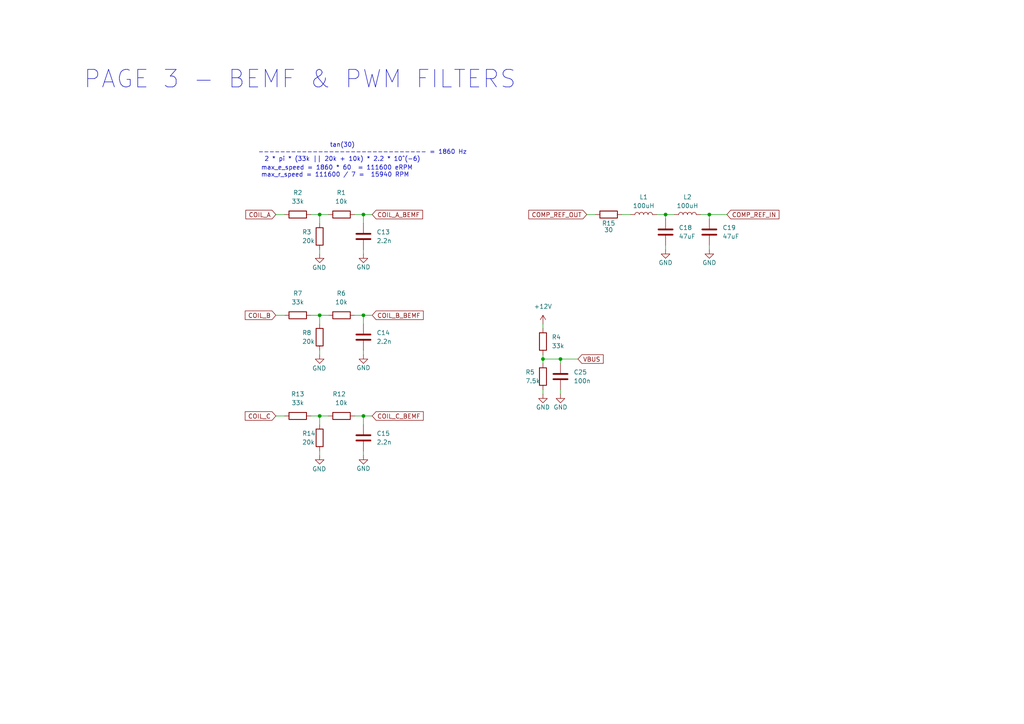
<source format=kicad_sch>
(kicad_sch
	(version 20231120)
	(generator "eeschema")
	(generator_version "8.0")
	(uuid "2b6f33f6-9f17-4170-a2f3-29ba99710eff")
	(paper "A4")
	(lib_symbols
		(symbol "Device:C"
			(pin_numbers hide)
			(pin_names
				(offset 0.254)
			)
			(exclude_from_sim no)
			(in_bom yes)
			(on_board yes)
			(property "Reference" "C"
				(at 0.635 2.54 0)
				(effects
					(font
						(size 1.27 1.27)
					)
					(justify left)
				)
			)
			(property "Value" "C"
				(at 0.635 -2.54 0)
				(effects
					(font
						(size 1.27 1.27)
					)
					(justify left)
				)
			)
			(property "Footprint" ""
				(at 0.9652 -3.81 0)
				(effects
					(font
						(size 1.27 1.27)
					)
					(hide yes)
				)
			)
			(property "Datasheet" "~"
				(at 0 0 0)
				(effects
					(font
						(size 1.27 1.27)
					)
					(hide yes)
				)
			)
			(property "Description" "Unpolarized capacitor"
				(at 0 0 0)
				(effects
					(font
						(size 1.27 1.27)
					)
					(hide yes)
				)
			)
			(property "ki_keywords" "cap capacitor"
				(at 0 0 0)
				(effects
					(font
						(size 1.27 1.27)
					)
					(hide yes)
				)
			)
			(property "ki_fp_filters" "C_*"
				(at 0 0 0)
				(effects
					(font
						(size 1.27 1.27)
					)
					(hide yes)
				)
			)
			(symbol "C_0_1"
				(polyline
					(pts
						(xy -2.032 -0.762) (xy 2.032 -0.762)
					)
					(stroke
						(width 0.508)
						(type default)
					)
					(fill
						(type none)
					)
				)
				(polyline
					(pts
						(xy -2.032 0.762) (xy 2.032 0.762)
					)
					(stroke
						(width 0.508)
						(type default)
					)
					(fill
						(type none)
					)
				)
			)
			(symbol "C_1_1"
				(pin passive line
					(at 0 3.81 270)
					(length 2.794)
					(name "~"
						(effects
							(font
								(size 1.27 1.27)
							)
						)
					)
					(number "1"
						(effects
							(font
								(size 1.27 1.27)
							)
						)
					)
				)
				(pin passive line
					(at 0 -3.81 90)
					(length 2.794)
					(name "~"
						(effects
							(font
								(size 1.27 1.27)
							)
						)
					)
					(number "2"
						(effects
							(font
								(size 1.27 1.27)
							)
						)
					)
				)
			)
		)
		(symbol "Device:L"
			(pin_numbers hide)
			(pin_names
				(offset 1.016) hide)
			(exclude_from_sim no)
			(in_bom yes)
			(on_board yes)
			(property "Reference" "L"
				(at -1.27 0 90)
				(effects
					(font
						(size 1.27 1.27)
					)
				)
			)
			(property "Value" "L"
				(at 1.905 0 90)
				(effects
					(font
						(size 1.27 1.27)
					)
				)
			)
			(property "Footprint" ""
				(at 0 0 0)
				(effects
					(font
						(size 1.27 1.27)
					)
					(hide yes)
				)
			)
			(property "Datasheet" "~"
				(at 0 0 0)
				(effects
					(font
						(size 1.27 1.27)
					)
					(hide yes)
				)
			)
			(property "Description" "Inductor"
				(at 0 0 0)
				(effects
					(font
						(size 1.27 1.27)
					)
					(hide yes)
				)
			)
			(property "ki_keywords" "inductor choke coil reactor magnetic"
				(at 0 0 0)
				(effects
					(font
						(size 1.27 1.27)
					)
					(hide yes)
				)
			)
			(property "ki_fp_filters" "Choke_* *Coil* Inductor_* L_*"
				(at 0 0 0)
				(effects
					(font
						(size 1.27 1.27)
					)
					(hide yes)
				)
			)
			(symbol "L_0_1"
				(arc
					(start 0 -2.54)
					(mid 0.6323 -1.905)
					(end 0 -1.27)
					(stroke
						(width 0)
						(type default)
					)
					(fill
						(type none)
					)
				)
				(arc
					(start 0 -1.27)
					(mid 0.6323 -0.635)
					(end 0 0)
					(stroke
						(width 0)
						(type default)
					)
					(fill
						(type none)
					)
				)
				(arc
					(start 0 0)
					(mid 0.6323 0.635)
					(end 0 1.27)
					(stroke
						(width 0)
						(type default)
					)
					(fill
						(type none)
					)
				)
				(arc
					(start 0 1.27)
					(mid 0.6323 1.905)
					(end 0 2.54)
					(stroke
						(width 0)
						(type default)
					)
					(fill
						(type none)
					)
				)
			)
			(symbol "L_1_1"
				(pin passive line
					(at 0 3.81 270)
					(length 1.27)
					(name "1"
						(effects
							(font
								(size 1.27 1.27)
							)
						)
					)
					(number "1"
						(effects
							(font
								(size 1.27 1.27)
							)
						)
					)
				)
				(pin passive line
					(at 0 -3.81 90)
					(length 1.27)
					(name "2"
						(effects
							(font
								(size 1.27 1.27)
							)
						)
					)
					(number "2"
						(effects
							(font
								(size 1.27 1.27)
							)
						)
					)
				)
			)
		)
		(symbol "Device:R"
			(pin_numbers hide)
			(pin_names
				(offset 0)
			)
			(exclude_from_sim no)
			(in_bom yes)
			(on_board yes)
			(property "Reference" "R"
				(at 2.032 0 90)
				(effects
					(font
						(size 1.27 1.27)
					)
				)
			)
			(property "Value" "R"
				(at 0 0 90)
				(effects
					(font
						(size 1.27 1.27)
					)
				)
			)
			(property "Footprint" ""
				(at -1.778 0 90)
				(effects
					(font
						(size 1.27 1.27)
					)
					(hide yes)
				)
			)
			(property "Datasheet" "~"
				(at 0 0 0)
				(effects
					(font
						(size 1.27 1.27)
					)
					(hide yes)
				)
			)
			(property "Description" "Resistor"
				(at 0 0 0)
				(effects
					(font
						(size 1.27 1.27)
					)
					(hide yes)
				)
			)
			(property "ki_keywords" "R res resistor"
				(at 0 0 0)
				(effects
					(font
						(size 1.27 1.27)
					)
					(hide yes)
				)
			)
			(property "ki_fp_filters" "R_*"
				(at 0 0 0)
				(effects
					(font
						(size 1.27 1.27)
					)
					(hide yes)
				)
			)
			(symbol "R_0_1"
				(rectangle
					(start -1.016 -2.54)
					(end 1.016 2.54)
					(stroke
						(width 0.254)
						(type default)
					)
					(fill
						(type none)
					)
				)
			)
			(symbol "R_1_1"
				(pin passive line
					(at 0 3.81 270)
					(length 1.27)
					(name "~"
						(effects
							(font
								(size 1.27 1.27)
							)
						)
					)
					(number "1"
						(effects
							(font
								(size 1.27 1.27)
							)
						)
					)
				)
				(pin passive line
					(at 0 -3.81 90)
					(length 1.27)
					(name "~"
						(effects
							(font
								(size 1.27 1.27)
							)
						)
					)
					(number "2"
						(effects
							(font
								(size 1.27 1.27)
							)
						)
					)
				)
			)
		)
		(symbol "power:+12V"
			(power)
			(pin_names
				(offset 0)
			)
			(exclude_from_sim no)
			(in_bom yes)
			(on_board yes)
			(property "Reference" "#PWR"
				(at 0 -3.81 0)
				(effects
					(font
						(size 1.27 1.27)
					)
					(hide yes)
				)
			)
			(property "Value" "+12V"
				(at 0 3.556 0)
				(effects
					(font
						(size 1.27 1.27)
					)
				)
			)
			(property "Footprint" ""
				(at 0 0 0)
				(effects
					(font
						(size 1.27 1.27)
					)
					(hide yes)
				)
			)
			(property "Datasheet" ""
				(at 0 0 0)
				(effects
					(font
						(size 1.27 1.27)
					)
					(hide yes)
				)
			)
			(property "Description" "Power symbol creates a global label with name \"+12V\""
				(at 0 0 0)
				(effects
					(font
						(size 1.27 1.27)
					)
					(hide yes)
				)
			)
			(property "ki_keywords" "global power"
				(at 0 0 0)
				(effects
					(font
						(size 1.27 1.27)
					)
					(hide yes)
				)
			)
			(symbol "+12V_0_1"
				(polyline
					(pts
						(xy -0.762 1.27) (xy 0 2.54)
					)
					(stroke
						(width 0)
						(type default)
					)
					(fill
						(type none)
					)
				)
				(polyline
					(pts
						(xy 0 0) (xy 0 2.54)
					)
					(stroke
						(width 0)
						(type default)
					)
					(fill
						(type none)
					)
				)
				(polyline
					(pts
						(xy 0 2.54) (xy 0.762 1.27)
					)
					(stroke
						(width 0)
						(type default)
					)
					(fill
						(type none)
					)
				)
			)
			(symbol "+12V_1_1"
				(pin power_in line
					(at 0 0 90)
					(length 0) hide
					(name "+12V"
						(effects
							(font
								(size 1.27 1.27)
							)
						)
					)
					(number "1"
						(effects
							(font
								(size 1.27 1.27)
							)
						)
					)
				)
			)
		)
		(symbol "power:GND"
			(power)
			(pin_names
				(offset 0)
			)
			(exclude_from_sim no)
			(in_bom yes)
			(on_board yes)
			(property "Reference" "#PWR"
				(at 0 -6.35 0)
				(effects
					(font
						(size 1.27 1.27)
					)
					(hide yes)
				)
			)
			(property "Value" "GND"
				(at 0 -3.81 0)
				(effects
					(font
						(size 1.27 1.27)
					)
				)
			)
			(property "Footprint" ""
				(at 0 0 0)
				(effects
					(font
						(size 1.27 1.27)
					)
					(hide yes)
				)
			)
			(property "Datasheet" ""
				(at 0 0 0)
				(effects
					(font
						(size 1.27 1.27)
					)
					(hide yes)
				)
			)
			(property "Description" "Power symbol creates a global label with name \"GND\" , ground"
				(at 0 0 0)
				(effects
					(font
						(size 1.27 1.27)
					)
					(hide yes)
				)
			)
			(property "ki_keywords" "global power"
				(at 0 0 0)
				(effects
					(font
						(size 1.27 1.27)
					)
					(hide yes)
				)
			)
			(symbol "GND_0_1"
				(polyline
					(pts
						(xy 0 0) (xy 0 -1.27) (xy 1.27 -1.27) (xy 0 -2.54) (xy -1.27 -1.27) (xy 0 -1.27)
					)
					(stroke
						(width 0)
						(type default)
					)
					(fill
						(type none)
					)
				)
			)
			(symbol "GND_1_1"
				(pin power_in line
					(at 0 0 270)
					(length 0) hide
					(name "GND"
						(effects
							(font
								(size 1.27 1.27)
							)
						)
					)
					(number "1"
						(effects
							(font
								(size 1.27 1.27)
							)
						)
					)
				)
			)
		)
	)
	(junction
		(at 193.04 62.23)
		(diameter 0)
		(color 0 0 0 0)
		(uuid "20fc1ba9-a3d2-465e-9f00-61c3e578d23a")
	)
	(junction
		(at 92.71 120.65)
		(diameter 0)
		(color 0 0 0 0)
		(uuid "2619e7dc-c100-4fb4-bd4b-e9fc9195eed5")
	)
	(junction
		(at 92.71 91.44)
		(diameter 0)
		(color 0 0 0 0)
		(uuid "2f14524c-d5c7-476d-9aca-d437bb9e3a75")
	)
	(junction
		(at 105.41 62.23)
		(diameter 0)
		(color 0 0 0 0)
		(uuid "2fd43747-3993-4660-961a-e4920b9cb212")
	)
	(junction
		(at 105.41 120.65)
		(diameter 0)
		(color 0 0 0 0)
		(uuid "5f48d31a-1e82-4493-b5f8-3219c42b633c")
	)
	(junction
		(at 205.74 62.23)
		(diameter 0)
		(color 0 0 0 0)
		(uuid "5f69b6f1-5c13-467d-80ce-fe5488b393bc")
	)
	(junction
		(at 105.41 91.44)
		(diameter 0)
		(color 0 0 0 0)
		(uuid "aa9753d1-567c-4188-9fa8-b2371a873150")
	)
	(junction
		(at 92.71 62.23)
		(diameter 0)
		(color 0 0 0 0)
		(uuid "bc885ac6-0de7-46d9-8fcf-1b7a33e9724f")
	)
	(junction
		(at 162.56 104.14)
		(diameter 0)
		(color 0 0 0 0)
		(uuid "d0934a79-78dd-4923-a5f5-6210b083c8e2")
	)
	(junction
		(at 157.48 104.14)
		(diameter 0)
		(color 0 0 0 0)
		(uuid "d768a0aa-586f-49d3-8c5d-b87695759777")
	)
	(wire
		(pts
			(xy 180.34 62.23) (xy 182.88 62.23)
		)
		(stroke
			(width 0)
			(type default)
		)
		(uuid "039e9046-0093-42da-9699-4149e10fd727")
	)
	(wire
		(pts
			(xy 162.56 104.14) (xy 162.56 105.41)
		)
		(stroke
			(width 0)
			(type default)
		)
		(uuid "0a5b500f-bdda-4271-aaf7-118cd21afae7")
	)
	(wire
		(pts
			(xy 105.41 101.6) (xy 105.41 102.87)
		)
		(stroke
			(width 0)
			(type default)
		)
		(uuid "0d4539d9-ee21-4007-b06a-6fe9e65eda1d")
	)
	(wire
		(pts
			(xy 92.71 130.81) (xy 92.71 132.08)
		)
		(stroke
			(width 0)
			(type default)
		)
		(uuid "177fb309-dd94-41b7-b245-35c026138a0e")
	)
	(wire
		(pts
			(xy 157.48 102.87) (xy 157.48 104.14)
		)
		(stroke
			(width 0)
			(type default)
		)
		(uuid "180e9793-aa99-42b1-85a0-608d12b04d8e")
	)
	(wire
		(pts
			(xy 82.55 91.44) (xy 80.01 91.44)
		)
		(stroke
			(width 0)
			(type default)
		)
		(uuid "191b6de1-fd80-4913-aed0-d2e13bffa55f")
	)
	(wire
		(pts
			(xy 195.58 62.23) (xy 193.04 62.23)
		)
		(stroke
			(width 0)
			(type default)
		)
		(uuid "1a764f2b-c55d-49b1-ab18-5224c27d1ca8")
	)
	(wire
		(pts
			(xy 92.71 101.6) (xy 92.71 102.87)
		)
		(stroke
			(width 0)
			(type default)
		)
		(uuid "25ad469d-8979-4119-bb0e-62a84f2f3833")
	)
	(wire
		(pts
			(xy 105.41 62.23) (xy 105.41 64.77)
		)
		(stroke
			(width 0)
			(type default)
		)
		(uuid "25df2508-7cb6-428d-8bf8-00badd5873d7")
	)
	(wire
		(pts
			(xy 92.71 91.44) (xy 92.71 93.98)
		)
		(stroke
			(width 0)
			(type default)
		)
		(uuid "29574a83-5077-4e1c-935e-c411d1bc071d")
	)
	(wire
		(pts
			(xy 105.41 120.65) (xy 105.41 123.19)
		)
		(stroke
			(width 0)
			(type default)
		)
		(uuid "2d261380-f1f7-4524-8590-eec9f39dc14a")
	)
	(wire
		(pts
			(xy 193.04 72.39) (xy 193.04 71.12)
		)
		(stroke
			(width 0)
			(type default)
		)
		(uuid "305e123b-0240-409c-9e24-f62f0c5ad9ad")
	)
	(wire
		(pts
			(xy 205.74 62.23) (xy 210.82 62.23)
		)
		(stroke
			(width 0)
			(type default)
		)
		(uuid "32950732-b87b-4d61-97f5-aa111254c681")
	)
	(wire
		(pts
			(xy 193.04 62.23) (xy 193.04 63.5)
		)
		(stroke
			(width 0)
			(type default)
		)
		(uuid "41b59ed7-5b23-4147-9b16-d6623cf7577d")
	)
	(wire
		(pts
			(xy 92.71 120.65) (xy 95.25 120.65)
		)
		(stroke
			(width 0)
			(type default)
		)
		(uuid "4b01977d-d087-4d46-8da9-753827a3f5e3")
	)
	(wire
		(pts
			(xy 105.41 120.65) (xy 107.95 120.65)
		)
		(stroke
			(width 0)
			(type default)
		)
		(uuid "4ea03b36-b037-42d5-8df0-51121674a40f")
	)
	(wire
		(pts
			(xy 80.01 62.23) (xy 82.55 62.23)
		)
		(stroke
			(width 0)
			(type default)
		)
		(uuid "4f586d39-abe7-4317-87d0-cb55df5d7b7b")
	)
	(wire
		(pts
			(xy 205.74 62.23) (xy 205.74 63.5)
		)
		(stroke
			(width 0)
			(type default)
		)
		(uuid "50227a6d-d109-4a23-94ff-93eba0b4da62")
	)
	(wire
		(pts
			(xy 157.48 104.14) (xy 157.48 105.41)
		)
		(stroke
			(width 0)
			(type default)
		)
		(uuid "52a7b4e8-a36b-4e94-9ea6-557a3ff9c83e")
	)
	(wire
		(pts
			(xy 162.56 104.14) (xy 167.64 104.14)
		)
		(stroke
			(width 0)
			(type default)
		)
		(uuid "538e33c7-b2ef-4918-8d76-d2dccf797565")
	)
	(wire
		(pts
			(xy 157.48 93.98) (xy 157.48 95.25)
		)
		(stroke
			(width 0)
			(type default)
		)
		(uuid "53c6fd5f-7b8e-4a79-a18d-688a9df85d8f")
	)
	(wire
		(pts
			(xy 102.87 91.44) (xy 105.41 91.44)
		)
		(stroke
			(width 0)
			(type default)
		)
		(uuid "564e4873-c002-46ce-b490-fe8937221e94")
	)
	(wire
		(pts
			(xy 162.56 113.03) (xy 162.56 114.3)
		)
		(stroke
			(width 0)
			(type default)
		)
		(uuid "57c82b11-e7b6-4cad-8eae-c55ae528aff8")
	)
	(wire
		(pts
			(xy 205.74 72.39) (xy 205.74 71.12)
		)
		(stroke
			(width 0)
			(type default)
		)
		(uuid "5d00718a-49a3-4832-9676-730a7cc4e1d3")
	)
	(wire
		(pts
			(xy 82.55 120.65) (xy 80.01 120.65)
		)
		(stroke
			(width 0)
			(type default)
		)
		(uuid "5db16986-dfaa-4571-b48b-e4f5cc883293")
	)
	(wire
		(pts
			(xy 102.87 120.65) (xy 105.41 120.65)
		)
		(stroke
			(width 0)
			(type default)
		)
		(uuid "6552672c-9899-4a2a-b66b-70d2922273b5")
	)
	(wire
		(pts
			(xy 92.71 91.44) (xy 95.25 91.44)
		)
		(stroke
			(width 0)
			(type default)
		)
		(uuid "70939ba2-6e9e-428c-b5c1-acd1c91809d1")
	)
	(wire
		(pts
			(xy 92.71 62.23) (xy 92.71 64.77)
		)
		(stroke
			(width 0)
			(type default)
		)
		(uuid "736488eb-a0cf-45cb-81de-8c29d82e2303")
	)
	(wire
		(pts
			(xy 90.17 120.65) (xy 92.71 120.65)
		)
		(stroke
			(width 0)
			(type default)
		)
		(uuid "761da5c9-8fdb-4bee-b9fc-fe34c238e9d8")
	)
	(wire
		(pts
			(xy 105.41 130.81) (xy 105.41 132.08)
		)
		(stroke
			(width 0)
			(type default)
		)
		(uuid "7cf835a4-a4a6-4eee-b5e8-81c2eca6222a")
	)
	(wire
		(pts
			(xy 105.41 91.44) (xy 105.41 93.98)
		)
		(stroke
			(width 0)
			(type default)
		)
		(uuid "8d1b2581-62b8-48ad-a887-df6b3f053cc9")
	)
	(wire
		(pts
			(xy 105.41 91.44) (xy 107.95 91.44)
		)
		(stroke
			(width 0)
			(type default)
		)
		(uuid "9128c505-2bb1-4aa7-a65d-0113d295f19b")
	)
	(wire
		(pts
			(xy 170.18 62.23) (xy 172.72 62.23)
		)
		(stroke
			(width 0)
			(type default)
		)
		(uuid "a017bb84-9b96-4db4-97bf-1e8870905b0d")
	)
	(wire
		(pts
			(xy 157.48 113.03) (xy 157.48 114.3)
		)
		(stroke
			(width 0)
			(type default)
		)
		(uuid "aa616d66-37cc-4c65-894c-1934f0370d39")
	)
	(wire
		(pts
			(xy 92.71 72.39) (xy 92.71 73.66)
		)
		(stroke
			(width 0)
			(type default)
		)
		(uuid "afc90aa0-db40-4293-a39d-b4647e1af627")
	)
	(wire
		(pts
			(xy 190.5 62.23) (xy 193.04 62.23)
		)
		(stroke
			(width 0)
			(type default)
		)
		(uuid "b8acf24a-8325-422e-a83f-333e20162820")
	)
	(wire
		(pts
			(xy 90.17 62.23) (xy 92.71 62.23)
		)
		(stroke
			(width 0)
			(type default)
		)
		(uuid "bcf34cb3-20e8-4955-993f-99d2ca37c19a")
	)
	(wire
		(pts
			(xy 105.41 72.39) (xy 105.41 73.66)
		)
		(stroke
			(width 0)
			(type default)
		)
		(uuid "c3c083d5-757a-497e-aaf8-a0f1d8e32eb9")
	)
	(wire
		(pts
			(xy 105.41 62.23) (xy 107.95 62.23)
		)
		(stroke
			(width 0)
			(type default)
		)
		(uuid "d0a8a0f1-73d8-4f4d-b3c6-b8e0145d6122")
	)
	(wire
		(pts
			(xy 203.2 62.23) (xy 205.74 62.23)
		)
		(stroke
			(width 0)
			(type default)
		)
		(uuid "d13e3a79-eead-471f-968f-f3b60c656977")
	)
	(wire
		(pts
			(xy 102.87 62.23) (xy 105.41 62.23)
		)
		(stroke
			(width 0)
			(type default)
		)
		(uuid "dee1d8a3-64a4-4610-a209-0634f9aebd1e")
	)
	(wire
		(pts
			(xy 90.17 91.44) (xy 92.71 91.44)
		)
		(stroke
			(width 0)
			(type default)
		)
		(uuid "e6974076-4f8c-48f6-b9ce-8492cf961a10")
	)
	(wire
		(pts
			(xy 157.48 104.14) (xy 162.56 104.14)
		)
		(stroke
			(width 0)
			(type default)
		)
		(uuid "ee6ca728-0767-4225-a860-284f8cf198a0")
	)
	(wire
		(pts
			(xy 92.71 62.23) (xy 95.25 62.23)
		)
		(stroke
			(width 0)
			(type default)
		)
		(uuid "ef808796-0420-4694-9944-549dbe6ff3fd")
	)
	(wire
		(pts
			(xy 92.71 120.65) (xy 92.71 123.19)
		)
		(stroke
			(width 0)
			(type default)
		)
		(uuid "f715ec0d-3063-4210-bc25-d991c2becb86")
	)
	(text "PAGE 3 - BEMF & PWM FILTERS"
		(exclude_from_sim no)
		(at 24.13 23.114 0)
		(effects
			(font
				(size 5.08 5.08)
			)
			(justify left)
		)
		(uuid "2cab2471-2910-41b2-a691-a17177f0617e")
	)
	(text "tan(30)\n            ------------------------------- = 1860 Hz\n2 * pi * (33k || 20k + 10k) * 2.2 * 10^(-6)"
		(exclude_from_sim no)
		(at 99.314 44.196 0)
		(effects
			(font
				(size 1.27 1.27)
			)
		)
		(uuid "4673b121-1328-495f-8a9f-1079a5a1f02a")
	)
	(text "max_e_speed = 1860 * 60  = 111600 eRPM\nmax_r_speed = 111600 / 7 =  15940 RPM  "
		(exclude_from_sim no)
		(at 75.692 49.784 0)
		(effects
			(font
				(size 1.27 1.27)
			)
			(justify left)
		)
		(uuid "4e12b2d6-7447-47e5-bc68-cae28f9c21eb")
	)
	(global_label "COMP_REF_IN"
		(shape input)
		(at 210.82 62.23 0)
		(fields_autoplaced yes)
		(effects
			(font
				(size 1.27 1.27)
			)
			(justify left)
		)
		(uuid "05e493c9-8985-4c16-87fc-47b33659ca43")
		(property "Intersheetrefs" "${INTERSHEET_REFS}"
			(at 226.5052 62.23 0)
			(effects
				(font
					(size 1.27 1.27)
				)
				(justify left)
				(hide yes)
			)
		)
	)
	(global_label "VBUS"
		(shape input)
		(at 167.64 104.14 0)
		(fields_autoplaced yes)
		(effects
			(font
				(size 1.27 1.27)
			)
			(justify left)
		)
		(uuid "0690269c-49cf-4127-85b5-6bb4a31f1432")
		(property "Intersheetrefs" "${INTERSHEET_REFS}"
			(at 175.5238 104.14 0)
			(effects
				(font
					(size 1.27 1.27)
				)
				(justify left)
				(hide yes)
			)
		)
	)
	(global_label "COIL_A_BEMF"
		(shape input)
		(at 107.95 62.23 0)
		(fields_autoplaced yes)
		(effects
			(font
				(size 1.27 1.27)
			)
			(justify left)
		)
		(uuid "202f1030-1847-4fa9-a6a7-1cfb7e8b9e33")
		(property "Intersheetrefs" "${INTERSHEET_REFS}"
			(at 123.1514 62.23 0)
			(effects
				(font
					(size 1.27 1.27)
				)
				(justify left)
				(hide yes)
			)
		)
	)
	(global_label "COIL_B"
		(shape input)
		(at 80.01 91.44 180)
		(fields_autoplaced yes)
		(effects
			(font
				(size 1.27 1.27)
			)
			(justify right)
		)
		(uuid "241a649e-0bfc-4c4e-a22e-29d32d6d6081")
		(property "Intersheetrefs" "${INTERSHEET_REFS}"
			(at 70.5538 91.44 0)
			(effects
				(font
					(size 1.27 1.27)
				)
				(justify right)
				(hide yes)
			)
		)
	)
	(global_label "COIL_A"
		(shape input)
		(at 80.01 62.23 180)
		(fields_autoplaced yes)
		(effects
			(font
				(size 1.27 1.27)
			)
			(justify right)
		)
		(uuid "42744b16-cc3b-44b8-99e6-392138656b36")
		(property "Intersheetrefs" "${INTERSHEET_REFS}"
			(at 70.7352 62.23 0)
			(effects
				(font
					(size 1.27 1.27)
				)
				(justify right)
				(hide yes)
			)
		)
	)
	(global_label "COIL_C"
		(shape input)
		(at 80.01 120.65 180)
		(fields_autoplaced yes)
		(effects
			(font
				(size 1.27 1.27)
			)
			(justify right)
		)
		(uuid "4c96342b-3480-4a88-a9b5-4130da739550")
		(property "Intersheetrefs" "${INTERSHEET_REFS}"
			(at 70.5538 120.65 0)
			(effects
				(font
					(size 1.27 1.27)
				)
				(justify right)
				(hide yes)
			)
		)
	)
	(global_label "COIL_B_BEMF"
		(shape input)
		(at 107.95 91.44 0)
		(fields_autoplaced yes)
		(effects
			(font
				(size 1.27 1.27)
			)
			(justify left)
		)
		(uuid "abdc1cfb-428c-4531-8fc1-4bc8ccfb5d36")
		(property "Intersheetrefs" "${INTERSHEET_REFS}"
			(at 123.3328 91.44 0)
			(effects
				(font
					(size 1.27 1.27)
				)
				(justify left)
				(hide yes)
			)
		)
	)
	(global_label "COMP_REF_OUT"
		(shape input)
		(at 170.18 62.23 180)
		(fields_autoplaced yes)
		(effects
			(font
				(size 1.27 1.27)
			)
			(justify right)
		)
		(uuid "cbd4d9a0-2887-4591-b026-e8c684d98799")
		(property "Intersheetrefs" "${INTERSHEET_REFS}"
			(at 152.8015 62.23 0)
			(effects
				(font
					(size 1.27 1.27)
				)
				(justify right)
				(hide yes)
			)
		)
	)
	(global_label "COIL_C_BEMF"
		(shape input)
		(at 107.95 120.65 0)
		(fields_autoplaced yes)
		(effects
			(font
				(size 1.27 1.27)
			)
			(justify left)
		)
		(uuid "eb0ee281-b42a-46c4-a4c8-76392455f10d")
		(property "Intersheetrefs" "${INTERSHEET_REFS}"
			(at 123.3328 120.65 0)
			(effects
				(font
					(size 1.27 1.27)
				)
				(justify left)
				(hide yes)
			)
		)
	)
	(symbol
		(lib_id "power:GND")
		(at 105.41 73.66 0)
		(unit 1)
		(exclude_from_sim no)
		(in_bom yes)
		(on_board yes)
		(dnp no)
		(uuid "10405f68-6f62-403a-ab7d-a4cb2c5658e4")
		(property "Reference" "#PWR029"
			(at 105.41 80.01 0)
			(effects
				(font
					(size 1.27 1.27)
				)
				(hide yes)
			)
		)
		(property "Value" "GND"
			(at 105.41 77.47 0)
			(effects
				(font
					(size 1.27 1.27)
				)
			)
		)
		(property "Footprint" ""
			(at 105.41 73.66 0)
			(effects
				(font
					(size 1.27 1.27)
				)
				(hide yes)
			)
		)
		(property "Datasheet" ""
			(at 105.41 73.66 0)
			(effects
				(font
					(size 1.27 1.27)
				)
				(hide yes)
			)
		)
		(property "Description" ""
			(at 105.41 73.66 0)
			(effects
				(font
					(size 1.27 1.27)
				)
				(hide yes)
			)
		)
		(pin "1"
			(uuid "849173fb-514e-4fed-8dfc-8735d6688b4c")
		)
		(instances
			(project "esc"
				(path "/5e78a042-f21c-485f-9078-8bbae1bbdc1b/2307451a-0c00-46fb-aee2-d692a4eb353a"
					(reference "#PWR029")
					(unit 1)
				)
			)
		)
	)
	(symbol
		(lib_id "Device:L")
		(at 186.69 62.23 90)
		(unit 1)
		(exclude_from_sim no)
		(in_bom yes)
		(on_board yes)
		(dnp no)
		(fields_autoplaced yes)
		(uuid "15f4f78f-c00d-4275-9cd6-52a593ef773d")
		(property "Reference" "L1"
			(at 186.69 57.15 90)
			(effects
				(font
					(size 1.27 1.27)
				)
			)
		)
		(property "Value" "100uH"
			(at 186.69 59.69 90)
			(effects
				(font
					(size 1.27 1.27)
				)
			)
		)
		(property "Footprint" "Inductor_SMD:L_0805_2012Metric"
			(at 186.69 62.23 0)
			(effects
				(font
					(size 1.27 1.27)
				)
				(hide yes)
			)
		)
		(property "Datasheet" "~"
			(at 186.69 62.23 0)
			(effects
				(font
					(size 1.27 1.27)
				)
				(hide yes)
			)
		)
		(property "Description" "Inductor"
			(at 186.69 62.23 0)
			(effects
				(font
					(size 1.27 1.27)
				)
				(hide yes)
			)
		)
		(pin "2"
			(uuid "12342f70-4884-4df2-990a-14b7a5ddf0aa")
		)
		(pin "1"
			(uuid "642c2fe0-0a77-49d5-a86c-5b0bdd92ff45")
		)
		(instances
			(project "esc"
				(path "/5e78a042-f21c-485f-9078-8bbae1bbdc1b/2307451a-0c00-46fb-aee2-d692a4eb353a"
					(reference "L1")
					(unit 1)
				)
			)
		)
	)
	(symbol
		(lib_id "Device:C")
		(at 162.56 109.22 180)
		(unit 1)
		(exclude_from_sim no)
		(in_bom yes)
		(on_board yes)
		(dnp no)
		(fields_autoplaced yes)
		(uuid "1cd3a638-9d16-4bb4-a0f8-79211a15e7ff")
		(property "Reference" "C25"
			(at 166.37 107.9499 0)
			(effects
				(font
					(size 1.27 1.27)
				)
				(justify right)
			)
		)
		(property "Value" "100n"
			(at 166.37 110.4899 0)
			(effects
				(font
					(size 1.27 1.27)
				)
				(justify right)
			)
		)
		(property "Footprint" "Capacitor_SMD:C_0402_1005Metric"
			(at 161.5948 105.41 0)
			(effects
				(font
					(size 1.27 1.27)
				)
				(hide yes)
			)
		)
		(property "Datasheet" "~"
			(at 162.56 109.22 0)
			(effects
				(font
					(size 1.27 1.27)
				)
				(hide yes)
			)
		)
		(property "Description" ""
			(at 162.56 109.22 0)
			(effects
				(font
					(size 1.27 1.27)
				)
				(hide yes)
			)
		)
		(pin "1"
			(uuid "f797218c-b2e3-4c73-91cd-8708536dbb22")
		)
		(pin "2"
			(uuid "9873a64a-4f27-4b16-ad4b-c167aa585e1d")
		)
		(instances
			(project "esc"
				(path "/5e78a042-f21c-485f-9078-8bbae1bbdc1b/2307451a-0c00-46fb-aee2-d692a4eb353a"
					(reference "C25")
					(unit 1)
				)
			)
		)
	)
	(symbol
		(lib_id "Device:R")
		(at 92.71 68.58 180)
		(unit 1)
		(exclude_from_sim no)
		(in_bom yes)
		(on_board yes)
		(dnp no)
		(uuid "1d60a9df-1d2d-417d-9450-724178646269")
		(property "Reference" "R3"
			(at 87.63 67.31 0)
			(effects
				(font
					(size 1.27 1.27)
				)
				(justify right)
			)
		)
		(property "Value" "20k"
			(at 87.63 69.85 0)
			(effects
				(font
					(size 1.27 1.27)
				)
				(justify right)
			)
		)
		(property "Footprint" "Resistor_SMD:R_0402_1005Metric"
			(at 94.488 68.58 90)
			(effects
				(font
					(size 1.27 1.27)
				)
				(hide yes)
			)
		)
		(property "Datasheet" "~"
			(at 92.71 68.58 0)
			(effects
				(font
					(size 1.27 1.27)
				)
				(hide yes)
			)
		)
		(property "Description" ""
			(at 92.71 68.58 0)
			(effects
				(font
					(size 1.27 1.27)
				)
				(hide yes)
			)
		)
		(pin "1"
			(uuid "0c7247a1-452f-4197-940b-6ef64b190278")
		)
		(pin "2"
			(uuid "6be384eb-9334-43fa-8d46-80c34ae1bcae")
		)
		(instances
			(project "esc"
				(path "/5e78a042-f21c-485f-9078-8bbae1bbdc1b/2307451a-0c00-46fb-aee2-d692a4eb353a"
					(reference "R3")
					(unit 1)
				)
			)
		)
	)
	(symbol
		(lib_id "Device:R")
		(at 92.71 97.79 180)
		(unit 1)
		(exclude_from_sim no)
		(in_bom yes)
		(on_board yes)
		(dnp no)
		(uuid "2815b86a-d790-4016-8c98-e4adc03b2305")
		(property "Reference" "R8"
			(at 87.63 96.52 0)
			(effects
				(font
					(size 1.27 1.27)
				)
				(justify right)
			)
		)
		(property "Value" "20k"
			(at 87.63 99.06 0)
			(effects
				(font
					(size 1.27 1.27)
				)
				(justify right)
			)
		)
		(property "Footprint" "Resistor_SMD:R_0402_1005Metric"
			(at 94.488 97.79 90)
			(effects
				(font
					(size 1.27 1.27)
				)
				(hide yes)
			)
		)
		(property "Datasheet" "~"
			(at 92.71 97.79 0)
			(effects
				(font
					(size 1.27 1.27)
				)
				(hide yes)
			)
		)
		(property "Description" ""
			(at 92.71 97.79 0)
			(effects
				(font
					(size 1.27 1.27)
				)
				(hide yes)
			)
		)
		(pin "1"
			(uuid "ca4feba9-8d03-4711-98cd-06628433691d")
		)
		(pin "2"
			(uuid "f8a9aa4b-daf2-40ff-b668-df4eb8115e4e")
		)
		(instances
			(project "esc"
				(path "/5e78a042-f21c-485f-9078-8bbae1bbdc1b/2307451a-0c00-46fb-aee2-d692a4eb353a"
					(reference "R8")
					(unit 1)
				)
			)
		)
	)
	(symbol
		(lib_id "power:+12V")
		(at 157.48 93.98 0)
		(unit 1)
		(exclude_from_sim no)
		(in_bom yes)
		(on_board yes)
		(dnp no)
		(fields_autoplaced yes)
		(uuid "2f03ed12-8664-4002-86ca-d53f70a2b1fc")
		(property "Reference" "#PWR044"
			(at 157.48 97.79 0)
			(effects
				(font
					(size 1.27 1.27)
				)
				(hide yes)
			)
		)
		(property "Value" "+12V"
			(at 157.48 88.9 0)
			(effects
				(font
					(size 1.27 1.27)
				)
			)
		)
		(property "Footprint" ""
			(at 157.48 93.98 0)
			(effects
				(font
					(size 1.27 1.27)
				)
				(hide yes)
			)
		)
		(property "Datasheet" ""
			(at 157.48 93.98 0)
			(effects
				(font
					(size 1.27 1.27)
				)
				(hide yes)
			)
		)
		(property "Description" ""
			(at 157.48 93.98 0)
			(effects
				(font
					(size 1.27 1.27)
				)
				(hide yes)
			)
		)
		(pin "1"
			(uuid "5e4639d3-9a3a-422d-84ad-566673b0a46d")
		)
		(instances
			(project "esc"
				(path "/5e78a042-f21c-485f-9078-8bbae1bbdc1b/2307451a-0c00-46fb-aee2-d692a4eb353a"
					(reference "#PWR044")
					(unit 1)
				)
			)
		)
	)
	(symbol
		(lib_id "power:GND")
		(at 105.41 102.87 0)
		(unit 1)
		(exclude_from_sim no)
		(in_bom yes)
		(on_board yes)
		(dnp no)
		(uuid "2f694319-fba9-4cce-83da-fbce8a646b08")
		(property "Reference" "#PWR031"
			(at 105.41 109.22 0)
			(effects
				(font
					(size 1.27 1.27)
				)
				(hide yes)
			)
		)
		(property "Value" "GND"
			(at 105.41 106.68 0)
			(effects
				(font
					(size 1.27 1.27)
				)
			)
		)
		(property "Footprint" ""
			(at 105.41 102.87 0)
			(effects
				(font
					(size 1.27 1.27)
				)
				(hide yes)
			)
		)
		(property "Datasheet" ""
			(at 105.41 102.87 0)
			(effects
				(font
					(size 1.27 1.27)
				)
				(hide yes)
			)
		)
		(property "Description" ""
			(at 105.41 102.87 0)
			(effects
				(font
					(size 1.27 1.27)
				)
				(hide yes)
			)
		)
		(pin "1"
			(uuid "2bc554f0-f323-430f-b41e-49a4282b83e1")
		)
		(instances
			(project "esc"
				(path "/5e78a042-f21c-485f-9078-8bbae1bbdc1b/2307451a-0c00-46fb-aee2-d692a4eb353a"
					(reference "#PWR031")
					(unit 1)
				)
			)
		)
	)
	(symbol
		(lib_id "power:GND")
		(at 157.48 114.3 0)
		(unit 1)
		(exclude_from_sim no)
		(in_bom yes)
		(on_board yes)
		(dnp no)
		(uuid "310f7de1-e5b7-4924-b4d9-6acd19fab94e")
		(property "Reference" "#PWR045"
			(at 157.48 120.65 0)
			(effects
				(font
					(size 1.27 1.27)
				)
				(hide yes)
			)
		)
		(property "Value" "GND"
			(at 157.48 118.11 0)
			(effects
				(font
					(size 1.27 1.27)
				)
			)
		)
		(property "Footprint" ""
			(at 157.48 114.3 0)
			(effects
				(font
					(size 1.27 1.27)
				)
				(hide yes)
			)
		)
		(property "Datasheet" ""
			(at 157.48 114.3 0)
			(effects
				(font
					(size 1.27 1.27)
				)
				(hide yes)
			)
		)
		(property "Description" ""
			(at 157.48 114.3 0)
			(effects
				(font
					(size 1.27 1.27)
				)
				(hide yes)
			)
		)
		(pin "1"
			(uuid "5ef5a53c-3164-4d9d-b506-606892444ec2")
		)
		(instances
			(project "esc"
				(path "/5e78a042-f21c-485f-9078-8bbae1bbdc1b/2307451a-0c00-46fb-aee2-d692a4eb353a"
					(reference "#PWR045")
					(unit 1)
				)
			)
		)
	)
	(symbol
		(lib_id "Device:R")
		(at 157.48 109.22 180)
		(unit 1)
		(exclude_from_sim no)
		(in_bom yes)
		(on_board yes)
		(dnp no)
		(uuid "34631621-aec7-40ab-a03b-826346ab3485")
		(property "Reference" "R5"
			(at 152.4 107.95 0)
			(effects
				(font
					(size 1.27 1.27)
				)
				(justify right)
			)
		)
		(property "Value" "7.5k"
			(at 152.4 110.49 0)
			(effects
				(font
					(size 1.27 1.27)
				)
				(justify right)
			)
		)
		(property "Footprint" "Resistor_SMD:R_0402_1005Metric"
			(at 159.258 109.22 90)
			(effects
				(font
					(size 1.27 1.27)
				)
				(hide yes)
			)
		)
		(property "Datasheet" "~"
			(at 157.48 109.22 0)
			(effects
				(font
					(size 1.27 1.27)
				)
				(hide yes)
			)
		)
		(property "Description" ""
			(at 157.48 109.22 0)
			(effects
				(font
					(size 1.27 1.27)
				)
				(hide yes)
			)
		)
		(pin "1"
			(uuid "0ec2768b-fa97-4494-9dd7-18837b3e8fd0")
		)
		(pin "2"
			(uuid "b89506de-ed10-4c7f-a922-fccb96c79b96")
		)
		(instances
			(project "esc"
				(path "/5e78a042-f21c-485f-9078-8bbae1bbdc1b/2307451a-0c00-46fb-aee2-d692a4eb353a"
					(reference "R5")
					(unit 1)
				)
			)
		)
	)
	(symbol
		(lib_id "Device:R")
		(at 86.36 120.65 90)
		(unit 1)
		(exclude_from_sim no)
		(in_bom yes)
		(on_board yes)
		(dnp no)
		(fields_autoplaced yes)
		(uuid "37c6707e-61ad-4b2c-8b6a-7e3e87aeb47a")
		(property "Reference" "R13"
			(at 86.36 114.3 90)
			(effects
				(font
					(size 1.27 1.27)
				)
			)
		)
		(property "Value" "33k"
			(at 86.36 116.84 90)
			(effects
				(font
					(size 1.27 1.27)
				)
			)
		)
		(property "Footprint" "Resistor_SMD:R_0402_1005Metric"
			(at 86.36 122.428 90)
			(effects
				(font
					(size 1.27 1.27)
				)
				(hide yes)
			)
		)
		(property "Datasheet" "~"
			(at 86.36 120.65 0)
			(effects
				(font
					(size 1.27 1.27)
				)
				(hide yes)
			)
		)
		(property "Description" ""
			(at 86.36 120.65 0)
			(effects
				(font
					(size 1.27 1.27)
				)
				(hide yes)
			)
		)
		(pin "1"
			(uuid "e211a71f-1b24-4da4-8441-04fff407e817")
		)
		(pin "2"
			(uuid "37f43c39-ffa6-4ebf-bb1e-c61b0a096508")
		)
		(instances
			(project "esc"
				(path "/5e78a042-f21c-485f-9078-8bbae1bbdc1b/2307451a-0c00-46fb-aee2-d692a4eb353a"
					(reference "R13")
					(unit 1)
				)
			)
		)
	)
	(symbol
		(lib_id "Device:R")
		(at 157.48 99.06 180)
		(unit 1)
		(exclude_from_sim no)
		(in_bom yes)
		(on_board yes)
		(dnp no)
		(fields_autoplaced yes)
		(uuid "3bb37f87-fffd-48b3-88e3-427d46698e69")
		(property "Reference" "R4"
			(at 160.02 97.7899 0)
			(effects
				(font
					(size 1.27 1.27)
				)
				(justify right)
			)
		)
		(property "Value" "33k"
			(at 160.02 100.3299 0)
			(effects
				(font
					(size 1.27 1.27)
				)
				(justify right)
			)
		)
		(property "Footprint" "Resistor_SMD:R_0402_1005Metric"
			(at 159.258 99.06 90)
			(effects
				(font
					(size 1.27 1.27)
				)
				(hide yes)
			)
		)
		(property "Datasheet" "~"
			(at 157.48 99.06 0)
			(effects
				(font
					(size 1.27 1.27)
				)
				(hide yes)
			)
		)
		(property "Description" ""
			(at 157.48 99.06 0)
			(effects
				(font
					(size 1.27 1.27)
				)
				(hide yes)
			)
		)
		(pin "1"
			(uuid "5a4c20c4-b18e-40bd-8bea-8ddc002cadf2")
		)
		(pin "2"
			(uuid "6352b1a1-f896-44d2-9740-61b029f29d11")
		)
		(instances
			(project "esc"
				(path "/5e78a042-f21c-485f-9078-8bbae1bbdc1b/2307451a-0c00-46fb-aee2-d692a4eb353a"
					(reference "R4")
					(unit 1)
				)
			)
		)
	)
	(symbol
		(lib_id "Device:R")
		(at 86.36 62.23 90)
		(unit 1)
		(exclude_from_sim no)
		(in_bom yes)
		(on_board yes)
		(dnp no)
		(fields_autoplaced yes)
		(uuid "44ee4577-a166-46c6-a1db-1edfe4bfe341")
		(property "Reference" "R2"
			(at 86.36 55.88 90)
			(effects
				(font
					(size 1.27 1.27)
				)
			)
		)
		(property "Value" "33k"
			(at 86.36 58.42 90)
			(effects
				(font
					(size 1.27 1.27)
				)
			)
		)
		(property "Footprint" "Resistor_SMD:R_0402_1005Metric"
			(at 86.36 64.008 90)
			(effects
				(font
					(size 1.27 1.27)
				)
				(hide yes)
			)
		)
		(property "Datasheet" "~"
			(at 86.36 62.23 0)
			(effects
				(font
					(size 1.27 1.27)
				)
				(hide yes)
			)
		)
		(property "Description" ""
			(at 86.36 62.23 0)
			(effects
				(font
					(size 1.27 1.27)
				)
				(hide yes)
			)
		)
		(pin "1"
			(uuid "f96668da-255e-4869-ab00-048d6ef43874")
		)
		(pin "2"
			(uuid "de53ae5d-c0d5-4a96-a2f1-222890cbb409")
		)
		(instances
			(project "esc"
				(path "/5e78a042-f21c-485f-9078-8bbae1bbdc1b/2307451a-0c00-46fb-aee2-d692a4eb353a"
					(reference "R2")
					(unit 1)
				)
			)
		)
	)
	(symbol
		(lib_id "Device:C")
		(at 105.41 97.79 180)
		(unit 1)
		(exclude_from_sim no)
		(in_bom yes)
		(on_board yes)
		(dnp no)
		(fields_autoplaced yes)
		(uuid "589ba706-d9db-46cc-b628-10d9fa0139a8")
		(property "Reference" "C14"
			(at 109.22 96.5199 0)
			(effects
				(font
					(size 1.27 1.27)
				)
				(justify right)
			)
		)
		(property "Value" "2.2n"
			(at 109.22 99.0599 0)
			(effects
				(font
					(size 1.27 1.27)
				)
				(justify right)
			)
		)
		(property "Footprint" "Capacitor_SMD:C_0402_1005Metric"
			(at 104.4448 93.98 0)
			(effects
				(font
					(size 1.27 1.27)
				)
				(hide yes)
			)
		)
		(property "Datasheet" "~"
			(at 105.41 97.79 0)
			(effects
				(font
					(size 1.27 1.27)
				)
				(hide yes)
			)
		)
		(property "Description" ""
			(at 105.41 97.79 0)
			(effects
				(font
					(size 1.27 1.27)
				)
				(hide yes)
			)
		)
		(pin "1"
			(uuid "be0adef5-ce01-4eb4-9fd5-412a99558691")
		)
		(pin "2"
			(uuid "0b787954-8b4b-4548-b83f-ddcde985c441")
		)
		(instances
			(project "esc"
				(path "/5e78a042-f21c-485f-9078-8bbae1bbdc1b/2307451a-0c00-46fb-aee2-d692a4eb353a"
					(reference "C14")
					(unit 1)
				)
			)
		)
	)
	(symbol
		(lib_id "power:GND")
		(at 92.71 132.08 0)
		(mirror y)
		(unit 1)
		(exclude_from_sim no)
		(in_bom yes)
		(on_board yes)
		(dnp no)
		(uuid "6b6d322c-c567-4417-9424-be1c89c814e7")
		(property "Reference" "#PWR028"
			(at 92.71 138.43 0)
			(effects
				(font
					(size 1.27 1.27)
				)
				(hide yes)
			)
		)
		(property "Value" "GND"
			(at 92.583 136.017 0)
			(effects
				(font
					(size 1.27 1.27)
				)
			)
		)
		(property "Footprint" ""
			(at 92.71 132.08 0)
			(effects
				(font
					(size 1.27 1.27)
				)
				(hide yes)
			)
		)
		(property "Datasheet" ""
			(at 92.71 132.08 0)
			(effects
				(font
					(size 1.27 1.27)
				)
				(hide yes)
			)
		)
		(property "Description" ""
			(at 92.71 132.08 0)
			(effects
				(font
					(size 1.27 1.27)
				)
				(hide yes)
			)
		)
		(pin "1"
			(uuid "eeb9e953-4c8c-4aee-9a5b-e53740486701")
		)
		(instances
			(project "esc"
				(path "/5e78a042-f21c-485f-9078-8bbae1bbdc1b/2307451a-0c00-46fb-aee2-d692a4eb353a"
					(reference "#PWR028")
					(unit 1)
				)
			)
		)
	)
	(symbol
		(lib_id "Device:R")
		(at 86.36 91.44 90)
		(unit 1)
		(exclude_from_sim no)
		(in_bom yes)
		(on_board yes)
		(dnp no)
		(uuid "6ebb9d34-5bb3-4db0-8f24-6eaa9e721ce5")
		(property "Reference" "R7"
			(at 86.36 85.09 90)
			(effects
				(font
					(size 1.27 1.27)
				)
			)
		)
		(property "Value" "33k"
			(at 86.36 87.63 90)
			(effects
				(font
					(size 1.27 1.27)
				)
			)
		)
		(property "Footprint" "Resistor_SMD:R_0402_1005Metric"
			(at 86.36 93.218 90)
			(effects
				(font
					(size 1.27 1.27)
				)
				(hide yes)
			)
		)
		(property "Datasheet" "~"
			(at 86.36 91.44 0)
			(effects
				(font
					(size 1.27 1.27)
				)
				(hide yes)
			)
		)
		(property "Description" ""
			(at 86.36 91.44 0)
			(effects
				(font
					(size 1.27 1.27)
				)
				(hide yes)
			)
		)
		(pin "1"
			(uuid "6f52a6bd-cc63-40c8-9d0c-5856cc72dbf7")
		)
		(pin "2"
			(uuid "04f91d3b-5003-461b-814e-1c5b48b4ce8a")
		)
		(instances
			(project "esc"
				(path "/5e78a042-f21c-485f-9078-8bbae1bbdc1b/2307451a-0c00-46fb-aee2-d692a4eb353a"
					(reference "R7")
					(unit 1)
				)
			)
		)
	)
	(symbol
		(lib_id "power:GND")
		(at 193.04 72.39 0)
		(unit 1)
		(exclude_from_sim no)
		(in_bom yes)
		(on_board yes)
		(dnp no)
		(uuid "6ecc5f08-b92a-433e-9122-c11ed41a2f75")
		(property "Reference" "#PWR033"
			(at 193.04 78.74 0)
			(effects
				(font
					(size 1.27 1.27)
				)
				(hide yes)
			)
		)
		(property "Value" "GND"
			(at 193.04 76.2 0)
			(effects
				(font
					(size 1.27 1.27)
				)
			)
		)
		(property "Footprint" ""
			(at 193.04 72.39 0)
			(effects
				(font
					(size 1.27 1.27)
				)
				(hide yes)
			)
		)
		(property "Datasheet" ""
			(at 193.04 72.39 0)
			(effects
				(font
					(size 1.27 1.27)
				)
				(hide yes)
			)
		)
		(property "Description" ""
			(at 193.04 72.39 0)
			(effects
				(font
					(size 1.27 1.27)
				)
				(hide yes)
			)
		)
		(pin "1"
			(uuid "2182f6c2-bae3-4783-8315-a1c6520b265a")
		)
		(instances
			(project "esc"
				(path "/5e78a042-f21c-485f-9078-8bbae1bbdc1b/2307451a-0c00-46fb-aee2-d692a4eb353a"
					(reference "#PWR033")
					(unit 1)
				)
			)
		)
	)
	(symbol
		(lib_id "Device:L")
		(at 199.39 62.23 90)
		(unit 1)
		(exclude_from_sim no)
		(in_bom yes)
		(on_board yes)
		(dnp no)
		(fields_autoplaced yes)
		(uuid "72f2e099-e7b8-4c58-b635-8a9a9eef3e7d")
		(property "Reference" "L2"
			(at 199.39 57.15 90)
			(effects
				(font
					(size 1.27 1.27)
				)
			)
		)
		(property "Value" "100uH"
			(at 199.39 59.69 90)
			(effects
				(font
					(size 1.27 1.27)
				)
			)
		)
		(property "Footprint" "Inductor_SMD:L_0805_2012Metric"
			(at 199.39 62.23 0)
			(effects
				(font
					(size 1.27 1.27)
				)
				(hide yes)
			)
		)
		(property "Datasheet" "~"
			(at 199.39 62.23 0)
			(effects
				(font
					(size 1.27 1.27)
				)
				(hide yes)
			)
		)
		(property "Description" "Inductor"
			(at 199.39 62.23 0)
			(effects
				(font
					(size 1.27 1.27)
				)
				(hide yes)
			)
		)
		(pin "2"
			(uuid "303d4074-d430-4935-bac0-02f6070fbbba")
		)
		(pin "1"
			(uuid "01f6563f-90f5-4ecb-8f72-a9e038abe680")
		)
		(instances
			(project "esc"
				(path "/5e78a042-f21c-485f-9078-8bbae1bbdc1b/2307451a-0c00-46fb-aee2-d692a4eb353a"
					(reference "L2")
					(unit 1)
				)
			)
		)
	)
	(symbol
		(lib_id "Device:R")
		(at 99.06 91.44 270)
		(unit 1)
		(exclude_from_sim no)
		(in_bom yes)
		(on_board yes)
		(dnp no)
		(uuid "83dc96d6-0752-4dce-a0fe-7a892161dc34")
		(property "Reference" "R6"
			(at 100.33 85.09 90)
			(effects
				(font
					(size 1.27 1.27)
				)
				(justify right)
			)
		)
		(property "Value" "10k"
			(at 100.838 87.63 90)
			(effects
				(font
					(size 1.27 1.27)
				)
				(justify right)
			)
		)
		(property "Footprint" "Resistor_SMD:R_0402_1005Metric"
			(at 99.06 89.662 90)
			(effects
				(font
					(size 1.27 1.27)
				)
				(hide yes)
			)
		)
		(property "Datasheet" "~"
			(at 99.06 91.44 0)
			(effects
				(font
					(size 1.27 1.27)
				)
				(hide yes)
			)
		)
		(property "Description" ""
			(at 99.06 91.44 0)
			(effects
				(font
					(size 1.27 1.27)
				)
				(hide yes)
			)
		)
		(pin "1"
			(uuid "82d790ec-f443-49d1-b999-8d330f5e9ee6")
		)
		(pin "2"
			(uuid "dc6cb60c-c411-4ec9-8093-286145e90bc3")
		)
		(instances
			(project "esc"
				(path "/5e78a042-f21c-485f-9078-8bbae1bbdc1b/2307451a-0c00-46fb-aee2-d692a4eb353a"
					(reference "R6")
					(unit 1)
				)
			)
		)
	)
	(symbol
		(lib_id "power:GND")
		(at 92.71 102.87 0)
		(mirror y)
		(unit 1)
		(exclude_from_sim no)
		(in_bom yes)
		(on_board yes)
		(dnp no)
		(uuid "8b8cc156-b8c7-4f15-9304-ecc83c6bcd5a")
		(property "Reference" "#PWR027"
			(at 92.71 109.22 0)
			(effects
				(font
					(size 1.27 1.27)
				)
				(hide yes)
			)
		)
		(property "Value" "GND"
			(at 92.583 106.807 0)
			(effects
				(font
					(size 1.27 1.27)
				)
			)
		)
		(property "Footprint" ""
			(at 92.71 102.87 0)
			(effects
				(font
					(size 1.27 1.27)
				)
				(hide yes)
			)
		)
		(property "Datasheet" ""
			(at 92.71 102.87 0)
			(effects
				(font
					(size 1.27 1.27)
				)
				(hide yes)
			)
		)
		(property "Description" ""
			(at 92.71 102.87 0)
			(effects
				(font
					(size 1.27 1.27)
				)
				(hide yes)
			)
		)
		(pin "1"
			(uuid "6bbf7e7c-3925-41a7-96ca-6426068ed02b")
		)
		(instances
			(project "esc"
				(path "/5e78a042-f21c-485f-9078-8bbae1bbdc1b/2307451a-0c00-46fb-aee2-d692a4eb353a"
					(reference "#PWR027")
					(unit 1)
				)
			)
		)
	)
	(symbol
		(lib_id "Device:R")
		(at 92.71 127 180)
		(unit 1)
		(exclude_from_sim no)
		(in_bom yes)
		(on_board yes)
		(dnp no)
		(uuid "98e88ed0-33a2-4d52-8ada-eda327e045d0")
		(property "Reference" "R14"
			(at 87.63 125.73 0)
			(effects
				(font
					(size 1.27 1.27)
				)
				(justify right)
			)
		)
		(property "Value" "20k"
			(at 87.63 128.27 0)
			(effects
				(font
					(size 1.27 1.27)
				)
				(justify right)
			)
		)
		(property "Footprint" "Resistor_SMD:R_0402_1005Metric"
			(at 94.488 127 90)
			(effects
				(font
					(size 1.27 1.27)
				)
				(hide yes)
			)
		)
		(property "Datasheet" "~"
			(at 92.71 127 0)
			(effects
				(font
					(size 1.27 1.27)
				)
				(hide yes)
			)
		)
		(property "Description" ""
			(at 92.71 127 0)
			(effects
				(font
					(size 1.27 1.27)
				)
				(hide yes)
			)
		)
		(pin "1"
			(uuid "c56bb419-2dbd-4db7-aa2b-8cff7376d69a")
		)
		(pin "2"
			(uuid "9c5f3525-33a3-4da3-95d0-6d05245a0a6f")
		)
		(instances
			(project "esc"
				(path "/5e78a042-f21c-485f-9078-8bbae1bbdc1b/2307451a-0c00-46fb-aee2-d692a4eb353a"
					(reference "R14")
					(unit 1)
				)
			)
		)
	)
	(symbol
		(lib_id "Device:R")
		(at 176.53 62.23 270)
		(unit 1)
		(exclude_from_sim no)
		(in_bom yes)
		(on_board yes)
		(dnp no)
		(uuid "9e6ed949-bfe7-42af-9ee2-52901aa8c994")
		(property "Reference" "R15"
			(at 176.53 64.77 90)
			(effects
				(font
					(size 1.27 1.27)
				)
			)
		)
		(property "Value" "30"
			(at 176.53 66.675 90)
			(effects
				(font
					(size 1.27 1.27)
				)
			)
		)
		(property "Footprint" "Resistor_SMD:R_0402_1005Metric"
			(at 176.53 60.452 90)
			(effects
				(font
					(size 1.27 1.27)
				)
				(hide yes)
			)
		)
		(property "Datasheet" "~"
			(at 176.53 62.23 0)
			(effects
				(font
					(size 1.27 1.27)
				)
				(hide yes)
			)
		)
		(property "Description" ""
			(at 176.53 62.23 0)
			(effects
				(font
					(size 1.27 1.27)
				)
				(hide yes)
			)
		)
		(pin "1"
			(uuid "1df9a011-e692-4c63-a0a3-8cb4d6366d6e")
		)
		(pin "2"
			(uuid "f0468e76-816c-4ea1-a165-d5e37ca160a2")
		)
		(instances
			(project "esc"
				(path "/5e78a042-f21c-485f-9078-8bbae1bbdc1b/2307451a-0c00-46fb-aee2-d692a4eb353a"
					(reference "R15")
					(unit 1)
				)
			)
		)
	)
	(symbol
		(lib_id "power:GND")
		(at 162.56 114.3 0)
		(unit 1)
		(exclude_from_sim no)
		(in_bom yes)
		(on_board yes)
		(dnp no)
		(uuid "ad15b805-5c94-4a03-9c66-915db1765a11")
		(property "Reference" "#PWR056"
			(at 162.56 120.65 0)
			(effects
				(font
					(size 1.27 1.27)
				)
				(hide yes)
			)
		)
		(property "Value" "GND"
			(at 162.56 118.11 0)
			(effects
				(font
					(size 1.27 1.27)
				)
			)
		)
		(property "Footprint" ""
			(at 162.56 114.3 0)
			(effects
				(font
					(size 1.27 1.27)
				)
				(hide yes)
			)
		)
		(property "Datasheet" ""
			(at 162.56 114.3 0)
			(effects
				(font
					(size 1.27 1.27)
				)
				(hide yes)
			)
		)
		(property "Description" ""
			(at 162.56 114.3 0)
			(effects
				(font
					(size 1.27 1.27)
				)
				(hide yes)
			)
		)
		(pin "1"
			(uuid "04ec029c-78a0-41ba-8933-280c46d13cb4")
		)
		(instances
			(project "esc"
				(path "/5e78a042-f21c-485f-9078-8bbae1bbdc1b/2307451a-0c00-46fb-aee2-d692a4eb353a"
					(reference "#PWR056")
					(unit 1)
				)
			)
		)
	)
	(symbol
		(lib_id "Device:C")
		(at 105.41 127 180)
		(unit 1)
		(exclude_from_sim no)
		(in_bom yes)
		(on_board yes)
		(dnp no)
		(fields_autoplaced yes)
		(uuid "b84f60eb-b1d7-404a-8b02-de6dc105829d")
		(property "Reference" "C15"
			(at 109.22 125.7299 0)
			(effects
				(font
					(size 1.27 1.27)
				)
				(justify right)
			)
		)
		(property "Value" "2.2n"
			(at 109.22 128.2699 0)
			(effects
				(font
					(size 1.27 1.27)
				)
				(justify right)
			)
		)
		(property "Footprint" "Capacitor_SMD:C_0402_1005Metric"
			(at 104.4448 123.19 0)
			(effects
				(font
					(size 1.27 1.27)
				)
				(hide yes)
			)
		)
		(property "Datasheet" "~"
			(at 105.41 127 0)
			(effects
				(font
					(size 1.27 1.27)
				)
				(hide yes)
			)
		)
		(property "Description" ""
			(at 105.41 127 0)
			(effects
				(font
					(size 1.27 1.27)
				)
				(hide yes)
			)
		)
		(pin "1"
			(uuid "a713f4c9-fa8f-4369-b04f-60d78d4e9b8e")
		)
		(pin "2"
			(uuid "e3134d6d-3e5f-43c4-b276-c83d11771c9a")
		)
		(instances
			(project "esc"
				(path "/5e78a042-f21c-485f-9078-8bbae1bbdc1b/2307451a-0c00-46fb-aee2-d692a4eb353a"
					(reference "C15")
					(unit 1)
				)
			)
		)
	)
	(symbol
		(lib_id "Device:C")
		(at 205.74 67.31 180)
		(unit 1)
		(exclude_from_sim no)
		(in_bom yes)
		(on_board yes)
		(dnp no)
		(fields_autoplaced yes)
		(uuid "bd298e79-b2f1-4c91-9e9e-ab6b34cc831a")
		(property "Reference" "C19"
			(at 209.55 66.0399 0)
			(effects
				(font
					(size 1.27 1.27)
				)
				(justify right)
			)
		)
		(property "Value" "47uF"
			(at 209.55 68.5799 0)
			(effects
				(font
					(size 1.27 1.27)
				)
				(justify right)
			)
		)
		(property "Footprint" "Capacitor_SMD:C_0805_2012Metric"
			(at 204.7748 63.5 0)
			(effects
				(font
					(size 1.27 1.27)
				)
				(hide yes)
			)
		)
		(property "Datasheet" "~"
			(at 205.74 67.31 0)
			(effects
				(font
					(size 1.27 1.27)
				)
				(hide yes)
			)
		)
		(property "Description" ""
			(at 205.74 67.31 0)
			(effects
				(font
					(size 1.27 1.27)
				)
				(hide yes)
			)
		)
		(pin "1"
			(uuid "213de6ad-6b94-4a9c-99b2-04631268a4ca")
		)
		(pin "2"
			(uuid "3fd37c9e-3f65-4411-923f-e7c68a012951")
		)
		(instances
			(project "esc"
				(path "/5e78a042-f21c-485f-9078-8bbae1bbdc1b/2307451a-0c00-46fb-aee2-d692a4eb353a"
					(reference "C19")
					(unit 1)
				)
			)
		)
	)
	(symbol
		(lib_id "Device:R")
		(at 99.06 120.65 270)
		(unit 1)
		(exclude_from_sim no)
		(in_bom yes)
		(on_board yes)
		(dnp no)
		(uuid "dc7a149e-7745-47c2-888e-401257cbf50c")
		(property "Reference" "R12"
			(at 100.33 114.3 90)
			(effects
				(font
					(size 1.27 1.27)
				)
				(justify right)
			)
		)
		(property "Value" "10k"
			(at 100.838 116.84 90)
			(effects
				(font
					(size 1.27 1.27)
				)
				(justify right)
			)
		)
		(property "Footprint" "Resistor_SMD:R_0402_1005Metric"
			(at 99.06 118.872 90)
			(effects
				(font
					(size 1.27 1.27)
				)
				(hide yes)
			)
		)
		(property "Datasheet" "~"
			(at 99.06 120.65 0)
			(effects
				(font
					(size 1.27 1.27)
				)
				(hide yes)
			)
		)
		(property "Description" ""
			(at 99.06 120.65 0)
			(effects
				(font
					(size 1.27 1.27)
				)
				(hide yes)
			)
		)
		(pin "1"
			(uuid "8962326b-09bb-4419-b122-202ccd75e8bf")
		)
		(pin "2"
			(uuid "38e24f31-ad0b-4645-a66f-06f836303ff3")
		)
		(instances
			(project "esc"
				(path "/5e78a042-f21c-485f-9078-8bbae1bbdc1b/2307451a-0c00-46fb-aee2-d692a4eb353a"
					(reference "R12")
					(unit 1)
				)
			)
		)
	)
	(symbol
		(lib_id "power:GND")
		(at 105.41 132.08 0)
		(unit 1)
		(exclude_from_sim no)
		(in_bom yes)
		(on_board yes)
		(dnp no)
		(uuid "e2904b0b-c4ff-4f50-9a1c-4954291609a3")
		(property "Reference" "#PWR032"
			(at 105.41 138.43 0)
			(effects
				(font
					(size 1.27 1.27)
				)
				(hide yes)
			)
		)
		(property "Value" "GND"
			(at 105.41 135.89 0)
			(effects
				(font
					(size 1.27 1.27)
				)
			)
		)
		(property "Footprint" ""
			(at 105.41 132.08 0)
			(effects
				(font
					(size 1.27 1.27)
				)
				(hide yes)
			)
		)
		(property "Datasheet" ""
			(at 105.41 132.08 0)
			(effects
				(font
					(size 1.27 1.27)
				)
				(hide yes)
			)
		)
		(property "Description" ""
			(at 105.41 132.08 0)
			(effects
				(font
					(size 1.27 1.27)
				)
				(hide yes)
			)
		)
		(pin "1"
			(uuid "5b38f237-fbbe-415e-ac40-5708f47d197a")
		)
		(instances
			(project "esc"
				(path "/5e78a042-f21c-485f-9078-8bbae1bbdc1b/2307451a-0c00-46fb-aee2-d692a4eb353a"
					(reference "#PWR032")
					(unit 1)
				)
			)
		)
	)
	(symbol
		(lib_id "Device:R")
		(at 99.06 62.23 270)
		(unit 1)
		(exclude_from_sim no)
		(in_bom yes)
		(on_board yes)
		(dnp no)
		(uuid "e7333362-0bd3-4f90-b002-163369408b21")
		(property "Reference" "R1"
			(at 100.33 55.88 90)
			(effects
				(font
					(size 1.27 1.27)
				)
				(justify right)
			)
		)
		(property "Value" "10k"
			(at 100.838 58.42 90)
			(effects
				(font
					(size 1.27 1.27)
				)
				(justify right)
			)
		)
		(property "Footprint" "Resistor_SMD:R_0402_1005Metric"
			(at 99.06 60.452 90)
			(effects
				(font
					(size 1.27 1.27)
				)
				(hide yes)
			)
		)
		(property "Datasheet" "~"
			(at 99.06 62.23 0)
			(effects
				(font
					(size 1.27 1.27)
				)
				(hide yes)
			)
		)
		(property "Description" ""
			(at 99.06 62.23 0)
			(effects
				(font
					(size 1.27 1.27)
				)
				(hide yes)
			)
		)
		(pin "1"
			(uuid "fbd92661-d9f7-4711-9892-aac2ee3ad930")
		)
		(pin "2"
			(uuid "4410927d-df5b-4ad0-9fe9-0c5363ba5919")
		)
		(instances
			(project "esc"
				(path "/5e78a042-f21c-485f-9078-8bbae1bbdc1b/2307451a-0c00-46fb-aee2-d692a4eb353a"
					(reference "R1")
					(unit 1)
				)
			)
		)
	)
	(symbol
		(lib_id "power:GND")
		(at 92.71 73.66 0)
		(mirror y)
		(unit 1)
		(exclude_from_sim no)
		(in_bom yes)
		(on_board yes)
		(dnp no)
		(uuid "e7de4a6c-e39b-4d0c-99e7-6ceedb06ba4c")
		(property "Reference" "#PWR026"
			(at 92.71 80.01 0)
			(effects
				(font
					(size 1.27 1.27)
				)
				(hide yes)
			)
		)
		(property "Value" "GND"
			(at 92.583 77.597 0)
			(effects
				(font
					(size 1.27 1.27)
				)
			)
		)
		(property "Footprint" ""
			(at 92.71 73.66 0)
			(effects
				(font
					(size 1.27 1.27)
				)
				(hide yes)
			)
		)
		(property "Datasheet" ""
			(at 92.71 73.66 0)
			(effects
				(font
					(size 1.27 1.27)
				)
				(hide yes)
			)
		)
		(property "Description" ""
			(at 92.71 73.66 0)
			(effects
				(font
					(size 1.27 1.27)
				)
				(hide yes)
			)
		)
		(pin "1"
			(uuid "56ce6666-813f-49db-9837-48e8434560a0")
		)
		(instances
			(project "esc"
				(path "/5e78a042-f21c-485f-9078-8bbae1bbdc1b/2307451a-0c00-46fb-aee2-d692a4eb353a"
					(reference "#PWR026")
					(unit 1)
				)
			)
		)
	)
	(symbol
		(lib_id "Device:C")
		(at 105.41 68.58 180)
		(unit 1)
		(exclude_from_sim no)
		(in_bom yes)
		(on_board yes)
		(dnp no)
		(fields_autoplaced yes)
		(uuid "f63c5d71-cc6b-4880-bbb1-314f256ae362")
		(property "Reference" "C13"
			(at 109.22 67.3099 0)
			(effects
				(font
					(size 1.27 1.27)
				)
				(justify right)
			)
		)
		(property "Value" "2.2n"
			(at 109.22 69.8499 0)
			(effects
				(font
					(size 1.27 1.27)
				)
				(justify right)
			)
		)
		(property "Footprint" "Capacitor_SMD:C_0402_1005Metric"
			(at 104.4448 64.77 0)
			(effects
				(font
					(size 1.27 1.27)
				)
				(hide yes)
			)
		)
		(property "Datasheet" "~"
			(at 105.41 68.58 0)
			(effects
				(font
					(size 1.27 1.27)
				)
				(hide yes)
			)
		)
		(property "Description" ""
			(at 105.41 68.58 0)
			(effects
				(font
					(size 1.27 1.27)
				)
				(hide yes)
			)
		)
		(pin "1"
			(uuid "ec3712e5-25ac-46c1-9355-a56b1b7aeea3")
		)
		(pin "2"
			(uuid "77063bfb-bd81-4cd7-87d4-962a65f82f12")
		)
		(instances
			(project "esc"
				(path "/5e78a042-f21c-485f-9078-8bbae1bbdc1b/2307451a-0c00-46fb-aee2-d692a4eb353a"
					(reference "C13")
					(unit 1)
				)
			)
		)
	)
	(symbol
		(lib_id "power:GND")
		(at 205.74 72.39 0)
		(unit 1)
		(exclude_from_sim no)
		(in_bom yes)
		(on_board yes)
		(dnp no)
		(uuid "fa3df206-02f8-47fe-8a4f-4c73c3e7bf95")
		(property "Reference" "#PWR034"
			(at 205.74 78.74 0)
			(effects
				(font
					(size 1.27 1.27)
				)
				(hide yes)
			)
		)
		(property "Value" "GND"
			(at 205.74 76.2 0)
			(effects
				(font
					(size 1.27 1.27)
				)
			)
		)
		(property "Footprint" ""
			(at 205.74 72.39 0)
			(effects
				(font
					(size 1.27 1.27)
				)
				(hide yes)
			)
		)
		(property "Datasheet" ""
			(at 205.74 72.39 0)
			(effects
				(font
					(size 1.27 1.27)
				)
				(hide yes)
			)
		)
		(property "Description" ""
			(at 205.74 72.39 0)
			(effects
				(font
					(size 1.27 1.27)
				)
				(hide yes)
			)
		)
		(pin "1"
			(uuid "83840a45-3b36-4701-bc6e-b05be9085c04")
		)
		(instances
			(project "esc"
				(path "/5e78a042-f21c-485f-9078-8bbae1bbdc1b/2307451a-0c00-46fb-aee2-d692a4eb353a"
					(reference "#PWR034")
					(unit 1)
				)
			)
		)
	)
	(symbol
		(lib_id "Device:C")
		(at 193.04 67.31 180)
		(unit 1)
		(exclude_from_sim no)
		(in_bom yes)
		(on_board yes)
		(dnp no)
		(fields_autoplaced yes)
		(uuid "fd02a907-3a94-448c-8f58-091837826bb3")
		(property "Reference" "C18"
			(at 196.85 66.0399 0)
			(effects
				(font
					(size 1.27 1.27)
				)
				(justify right)
			)
		)
		(property "Value" "47uF"
			(at 196.85 68.5799 0)
			(effects
				(font
					(size 1.27 1.27)
				)
				(justify right)
			)
		)
		(property "Footprint" "Capacitor_SMD:C_0805_2012Metric"
			(at 192.0748 63.5 0)
			(effects
				(font
					(size 1.27 1.27)
				)
				(hide yes)
			)
		)
		(property "Datasheet" "~"
			(at 193.04 67.31 0)
			(effects
				(font
					(size 1.27 1.27)
				)
				(hide yes)
			)
		)
		(property "Description" ""
			(at 193.04 67.31 0)
			(effects
				(font
					(size 1.27 1.27)
				)
				(hide yes)
			)
		)
		(pin "1"
			(uuid "e2fb5d09-c284-49b9-a331-5337d816a32a")
		)
		(pin "2"
			(uuid "3dd7d92c-4087-4154-a479-d779022d6049")
		)
		(instances
			(project "esc"
				(path "/5e78a042-f21c-485f-9078-8bbae1bbdc1b/2307451a-0c00-46fb-aee2-d692a4eb353a"
					(reference "C18")
					(unit 1)
				)
			)
		)
	)
)
</source>
